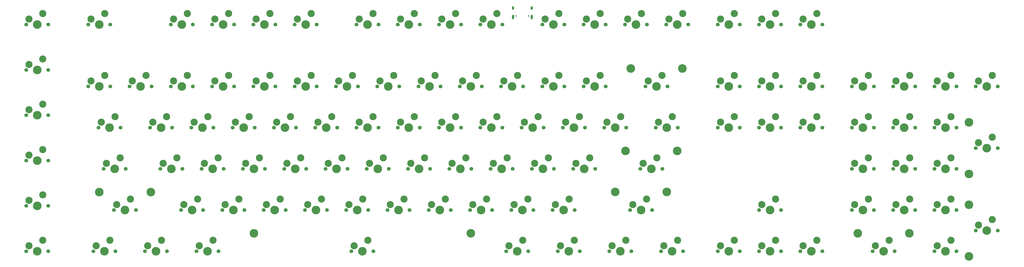
<source format=gbr>
%TF.GenerationSoftware,KiCad,Pcbnew,8.0.2*%
%TF.CreationDate,2024-05-15T22:30:45+02:00*%
%TF.ProjectId,micha_board,6d696368-615f-4626-9f61-72642e6b6963,rev?*%
%TF.SameCoordinates,Original*%
%TF.FileFunction,Soldermask,Top*%
%TF.FilePolarity,Negative*%
%FSLAX46Y46*%
G04 Gerber Fmt 4.6, Leading zero omitted, Abs format (unit mm)*
G04 Created by KiCad (PCBNEW 8.0.2) date 2024-05-15 22:30:45*
%MOMM*%
%LPD*%
G01*
G04 APERTURE LIST*
%ADD10C,0.650000*%
%ADD11O,1.000000X2.100000*%
%ADD12O,1.000000X1.600000*%
%ADD13C,3.987800*%
%ADD14C,1.750000*%
%ADD15C,3.300000*%
G04 APERTURE END LIST*
D10*
%TO.C,J1*%
X259010000Y-34100000D03*
X264790000Y-34100000D03*
D11*
X257580000Y-34630000D03*
D12*
X257580000Y-30450000D03*
D11*
X266220000Y-34630000D03*
D12*
X266220000Y-30450000D03*
%TD*%
D13*
%TO.C,S8*%
X335756250Y-58420000D03*
X311943750Y-58420000D03*
%TD*%
%TO.C,S4*%
X328612500Y-115490625D03*
X304800000Y-115490625D03*
%TD*%
%TO.C,S7*%
X467995000Y-83343750D03*
X467995000Y-107156250D03*
%TD*%
%TO.C,S6*%
X467995000Y-121443750D03*
X467995000Y-145256250D03*
%TD*%
%TO.C,S5*%
X440531250Y-134620000D03*
X416718750Y-134620000D03*
%TD*%
%TO.C,S3*%
X333375000Y-96520000D03*
X309562500Y-96520000D03*
%TD*%
%TO.C,S2*%
X90487500Y-115570000D03*
X66675000Y-115570000D03*
%TD*%
%TO.C,S1*%
X238125000Y-134620000D03*
X138112500Y-134620000D03*
%TD*%
D14*
%TO.C,MX110*%
X462280000Y-142875000D03*
D13*
X457200000Y-142875000D03*
D14*
X452120000Y-142875000D03*
D15*
X453390000Y-140335000D03*
X459740000Y-137795000D03*
%TD*%
D14*
%TO.C,MX109*%
X433705000Y-142875000D03*
D13*
X428625000Y-142875000D03*
D14*
X423545000Y-142875000D03*
D15*
X424815000Y-140335000D03*
X431165000Y-137795000D03*
%TD*%
D14*
%TO.C,MX108*%
X400367500Y-142875000D03*
D13*
X395287500Y-142875000D03*
D14*
X390207500Y-142875000D03*
D15*
X391477500Y-140335000D03*
X397827500Y-137795000D03*
%TD*%
D14*
%TO.C,MX107*%
X381317500Y-142875000D03*
D13*
X376237500Y-142875000D03*
D14*
X371157500Y-142875000D03*
D15*
X372427500Y-140335000D03*
X378777500Y-137795000D03*
%TD*%
D14*
%TO.C,MX106*%
X362267500Y-142875000D03*
D13*
X357187500Y-142875000D03*
D14*
X352107500Y-142875000D03*
D15*
X353377500Y-140335000D03*
X359727500Y-137795000D03*
%TD*%
D14*
%TO.C,MX105*%
X336073750Y-142875000D03*
D13*
X330993750Y-142875000D03*
D14*
X325913750Y-142875000D03*
D15*
X327183750Y-140335000D03*
X333533750Y-137795000D03*
%TD*%
D14*
%TO.C,MX104*%
X312261250Y-142875000D03*
D13*
X307181250Y-142875000D03*
D14*
X302101250Y-142875000D03*
D15*
X303371250Y-140335000D03*
X309721250Y-137795000D03*
%TD*%
D14*
%TO.C,MX103*%
X288448750Y-142875000D03*
D13*
X283368750Y-142875000D03*
D14*
X278288750Y-142875000D03*
D15*
X279558750Y-140335000D03*
X285908750Y-137795000D03*
%TD*%
D14*
%TO.C,MX102*%
X264636250Y-142875000D03*
D13*
X259556250Y-142875000D03*
D14*
X254476250Y-142875000D03*
D15*
X255746250Y-140335000D03*
X262096250Y-137795000D03*
%TD*%
D14*
%TO.C,MX101*%
X193198750Y-142875000D03*
D13*
X188118750Y-142875000D03*
D14*
X183038750Y-142875000D03*
D15*
X184308750Y-140335000D03*
X190658750Y-137795000D03*
%TD*%
D14*
%TO.C,MX100*%
X121761250Y-142875000D03*
D13*
X116681250Y-142875000D03*
D14*
X111601250Y-142875000D03*
D15*
X112871250Y-140335000D03*
X119221250Y-137795000D03*
%TD*%
D14*
%TO.C,MX99*%
X97948750Y-142875000D03*
D13*
X92868750Y-142875000D03*
D14*
X87788750Y-142875000D03*
D15*
X89058750Y-140335000D03*
X95408750Y-137795000D03*
%TD*%
D14*
%TO.C,MX98*%
X74136250Y-142875000D03*
D13*
X69056250Y-142875000D03*
D14*
X63976250Y-142875000D03*
D15*
X65246250Y-140335000D03*
X71596250Y-137795000D03*
%TD*%
D14*
%TO.C,MX97*%
X43180000Y-142875000D03*
D13*
X38100000Y-142875000D03*
D14*
X33020000Y-142875000D03*
D15*
X34290000Y-140335000D03*
X40640000Y-137795000D03*
%TD*%
D14*
%TO.C,MX96*%
X481330000Y-133350000D03*
D13*
X476250000Y-133350000D03*
D14*
X471170000Y-133350000D03*
D15*
X472440000Y-130810000D03*
X478790000Y-128270000D03*
%TD*%
D14*
%TO.C,MX95*%
X462280000Y-123825000D03*
D13*
X457200000Y-123825000D03*
D14*
X452120000Y-123825000D03*
D15*
X453390000Y-121285000D03*
X459740000Y-118745000D03*
%TD*%
D14*
%TO.C,MX94*%
X443230000Y-123825000D03*
D13*
X438150000Y-123825000D03*
D14*
X433070000Y-123825000D03*
D15*
X434340000Y-121285000D03*
X440690000Y-118745000D03*
%TD*%
D14*
%TO.C,MX93*%
X424180000Y-123825000D03*
D13*
X419100000Y-123825000D03*
D14*
X414020000Y-123825000D03*
D15*
X415290000Y-121285000D03*
X421640000Y-118745000D03*
%TD*%
D14*
%TO.C,MX92*%
X381317500Y-123825000D03*
D13*
X376237500Y-123825000D03*
D14*
X371157500Y-123825000D03*
D15*
X372427500Y-121285000D03*
X378777500Y-118745000D03*
%TD*%
D14*
%TO.C,MX91*%
X321786250Y-123825000D03*
D13*
X316706250Y-123825000D03*
D14*
X311626250Y-123825000D03*
D15*
X312896250Y-121285000D03*
X319246250Y-118745000D03*
%TD*%
D14*
%TO.C,MX90*%
X286067500Y-123825000D03*
D13*
X280987500Y-123825000D03*
D14*
X275907500Y-123825000D03*
D15*
X277177500Y-121285000D03*
X283527500Y-118745000D03*
%TD*%
D14*
%TO.C,MX89*%
X267017500Y-123825000D03*
D13*
X261937500Y-123825000D03*
D14*
X256857500Y-123825000D03*
D15*
X258127500Y-121285000D03*
X264477500Y-118745000D03*
%TD*%
D14*
%TO.C,MX88*%
X247967500Y-123825000D03*
D13*
X242887500Y-123825000D03*
D14*
X237807500Y-123825000D03*
D15*
X239077500Y-121285000D03*
X245427500Y-118745000D03*
%TD*%
D14*
%TO.C,MX87*%
X228917500Y-123825000D03*
D13*
X223837500Y-123825000D03*
D14*
X218757500Y-123825000D03*
D15*
X220027500Y-121285000D03*
X226377500Y-118745000D03*
%TD*%
D14*
%TO.C,MX86*%
X209867500Y-123825000D03*
D13*
X204787500Y-123825000D03*
D14*
X199707500Y-123825000D03*
D15*
X200977500Y-121285000D03*
X207327500Y-118745000D03*
%TD*%
D14*
%TO.C,MX85*%
X190817500Y-123825000D03*
D13*
X185737500Y-123825000D03*
D14*
X180657500Y-123825000D03*
D15*
X181927500Y-121285000D03*
X188277500Y-118745000D03*
%TD*%
D14*
%TO.C,MX84*%
X171767500Y-123825000D03*
D13*
X166687500Y-123825000D03*
D14*
X161607500Y-123825000D03*
D15*
X162877500Y-121285000D03*
X169227500Y-118745000D03*
%TD*%
D14*
%TO.C,MX83*%
X152717500Y-123825000D03*
D13*
X147637500Y-123825000D03*
D14*
X142557500Y-123825000D03*
D15*
X143827500Y-121285000D03*
X150177500Y-118745000D03*
%TD*%
D14*
%TO.C,MX82*%
X133667500Y-123825000D03*
D13*
X128587500Y-123825000D03*
D14*
X123507500Y-123825000D03*
D15*
X124777500Y-121285000D03*
X131127500Y-118745000D03*
%TD*%
D14*
%TO.C,MX81*%
X114617500Y-123825000D03*
D13*
X109537500Y-123825000D03*
D14*
X104457500Y-123825000D03*
D15*
X105727500Y-121285000D03*
X112077500Y-118745000D03*
%TD*%
D14*
%TO.C,MX80*%
X83661250Y-123825000D03*
D13*
X78581250Y-123825000D03*
D14*
X73501250Y-123825000D03*
D15*
X74771250Y-121285000D03*
X81121250Y-118745000D03*
%TD*%
D14*
%TO.C,MX79*%
X43180000Y-121920000D03*
D13*
X38100000Y-121920000D03*
D14*
X33020000Y-121920000D03*
D15*
X34290000Y-119380000D03*
X40640000Y-116840000D03*
%TD*%
D14*
%TO.C,MX78*%
X462280000Y-104775000D03*
D13*
X457200000Y-104775000D03*
D14*
X452120000Y-104775000D03*
D15*
X453390000Y-102235000D03*
X459740000Y-99695000D03*
%TD*%
D14*
%TO.C,MX77*%
X443230000Y-104775000D03*
D13*
X438150000Y-104775000D03*
D14*
X433070000Y-104775000D03*
D15*
X434340000Y-102235000D03*
X440690000Y-99695000D03*
%TD*%
D14*
%TO.C,MX76*%
X424180000Y-104775000D03*
D13*
X419100000Y-104775000D03*
D14*
X414020000Y-104775000D03*
D15*
X415290000Y-102235000D03*
X421640000Y-99695000D03*
%TD*%
D14*
%TO.C,MX75*%
X326548750Y-104775000D03*
D13*
X321468750Y-104775000D03*
D14*
X316388750Y-104775000D03*
D15*
X317658750Y-102235000D03*
X324008750Y-99695000D03*
%TD*%
D14*
%TO.C,MX74*%
X295592500Y-104775000D03*
D13*
X290512500Y-104775000D03*
D14*
X285432500Y-104775000D03*
D15*
X286702500Y-102235000D03*
X293052500Y-99695000D03*
%TD*%
D14*
%TO.C,MX73*%
X276542500Y-104775000D03*
D13*
X271462500Y-104775000D03*
D14*
X266382500Y-104775000D03*
D15*
X267652500Y-102235000D03*
X274002500Y-99695000D03*
%TD*%
D14*
%TO.C,MX72*%
X257492500Y-104775000D03*
D13*
X252412500Y-104775000D03*
D14*
X247332500Y-104775000D03*
D15*
X248602500Y-102235000D03*
X254952500Y-99695000D03*
%TD*%
D14*
%TO.C,MX71*%
X238442500Y-104775000D03*
D13*
X233362500Y-104775000D03*
D14*
X228282500Y-104775000D03*
D15*
X229552500Y-102235000D03*
X235902500Y-99695000D03*
%TD*%
D14*
%TO.C,MX70*%
X219392500Y-104775000D03*
D13*
X214312500Y-104775000D03*
D14*
X209232500Y-104775000D03*
D15*
X210502500Y-102235000D03*
X216852500Y-99695000D03*
%TD*%
D14*
%TO.C,MX69*%
X200342500Y-104775000D03*
D13*
X195262500Y-104775000D03*
D14*
X190182500Y-104775000D03*
D15*
X191452500Y-102235000D03*
X197802500Y-99695000D03*
%TD*%
D14*
%TO.C,MX68*%
X181292500Y-104775000D03*
D13*
X176212500Y-104775000D03*
D14*
X171132500Y-104775000D03*
D15*
X172402500Y-102235000D03*
X178752500Y-99695000D03*
%TD*%
D14*
%TO.C,MX67*%
X162242500Y-104775000D03*
D13*
X157162500Y-104775000D03*
D14*
X152082500Y-104775000D03*
D15*
X153352500Y-102235000D03*
X159702500Y-99695000D03*
%TD*%
D14*
%TO.C,MX66*%
X143192500Y-104775000D03*
D13*
X138112500Y-104775000D03*
D14*
X133032500Y-104775000D03*
D15*
X134302500Y-102235000D03*
X140652500Y-99695000D03*
%TD*%
D14*
%TO.C,MX65*%
X124142500Y-104775000D03*
D13*
X119062500Y-104775000D03*
D14*
X113982500Y-104775000D03*
D15*
X115252500Y-102235000D03*
X121602500Y-99695000D03*
%TD*%
D14*
%TO.C,MX64*%
X105092500Y-104775000D03*
D13*
X100012500Y-104775000D03*
D14*
X94932500Y-104775000D03*
D15*
X96202500Y-102235000D03*
X102552500Y-99695000D03*
%TD*%
D14*
%TO.C,MX63*%
X78898750Y-104775000D03*
D13*
X73818750Y-104775000D03*
D14*
X68738750Y-104775000D03*
D15*
X70008750Y-102235000D03*
X76358750Y-99695000D03*
%TD*%
D14*
%TO.C,MX62*%
X43180000Y-100965000D03*
D13*
X38100000Y-100965000D03*
D14*
X33020000Y-100965000D03*
D15*
X34290000Y-98425000D03*
X40640000Y-95885000D03*
%TD*%
D14*
%TO.C,MX61*%
X481330000Y-95250000D03*
D13*
X476250000Y-95250000D03*
D14*
X471170000Y-95250000D03*
D15*
X472440000Y-92710000D03*
X478790000Y-90170000D03*
%TD*%
D14*
%TO.C,MX60*%
X462280000Y-85725000D03*
D13*
X457200000Y-85725000D03*
D14*
X452120000Y-85725000D03*
D15*
X453390000Y-83185000D03*
X459740000Y-80645000D03*
%TD*%
D14*
%TO.C,MX59*%
X443230000Y-85725000D03*
D13*
X438150000Y-85725000D03*
D14*
X433070000Y-85725000D03*
D15*
X434340000Y-83185000D03*
X440690000Y-80645000D03*
%TD*%
D14*
%TO.C,MX58*%
X424180000Y-85725000D03*
D13*
X419100000Y-85725000D03*
D14*
X414020000Y-85725000D03*
D15*
X415290000Y-83185000D03*
X421640000Y-80645000D03*
%TD*%
D14*
%TO.C,MX57*%
X400367500Y-85725000D03*
D13*
X395287500Y-85725000D03*
D14*
X390207500Y-85725000D03*
D15*
X391477500Y-83185000D03*
X397827500Y-80645000D03*
%TD*%
D14*
%TO.C,MX56*%
X381317500Y-85725000D03*
D13*
X376237500Y-85725000D03*
D14*
X371157500Y-85725000D03*
D15*
X372427500Y-83185000D03*
X378777500Y-80645000D03*
%TD*%
D14*
%TO.C,MX55*%
X362267500Y-85725000D03*
D13*
X357187500Y-85725000D03*
D14*
X352107500Y-85725000D03*
D15*
X353377500Y-83185000D03*
X359727500Y-80645000D03*
%TD*%
D14*
%TO.C,MX53*%
X309880000Y-85725000D03*
D13*
X304800000Y-85725000D03*
D14*
X299720000Y-85725000D03*
D15*
X300990000Y-83185000D03*
X307340000Y-80645000D03*
%TD*%
D14*
%TO.C,MX52*%
X290830000Y-85725000D03*
D13*
X285750000Y-85725000D03*
D14*
X280670000Y-85725000D03*
D15*
X281940000Y-83185000D03*
X288290000Y-80645000D03*
%TD*%
D14*
%TO.C,MX51*%
X271780000Y-85725000D03*
D13*
X266700000Y-85725000D03*
D14*
X261620000Y-85725000D03*
D15*
X262890000Y-83185000D03*
X269240000Y-80645000D03*
%TD*%
D14*
%TO.C,MX50*%
X252730000Y-85725000D03*
D13*
X247650000Y-85725000D03*
D14*
X242570000Y-85725000D03*
D15*
X243840000Y-83185000D03*
X250190000Y-80645000D03*
%TD*%
D14*
%TO.C,MX49*%
X233680000Y-85725000D03*
D13*
X228600000Y-85725000D03*
D14*
X223520000Y-85725000D03*
D15*
X224790000Y-83185000D03*
X231140000Y-80645000D03*
%TD*%
D14*
%TO.C,MX48*%
X214630000Y-85725000D03*
D13*
X209550000Y-85725000D03*
D14*
X204470000Y-85725000D03*
D15*
X205740000Y-83185000D03*
X212090000Y-80645000D03*
%TD*%
D14*
%TO.C,MX47*%
X195580000Y-85725000D03*
D13*
X190500000Y-85725000D03*
D14*
X185420000Y-85725000D03*
D15*
X186690000Y-83185000D03*
X193040000Y-80645000D03*
%TD*%
D14*
%TO.C,MX46*%
X176530000Y-85725000D03*
D13*
X171450000Y-85725000D03*
D14*
X166370000Y-85725000D03*
D15*
X167640000Y-83185000D03*
X173990000Y-80645000D03*
%TD*%
D14*
%TO.C,MX45*%
X157480000Y-85725000D03*
D13*
X152400000Y-85725000D03*
D14*
X147320000Y-85725000D03*
D15*
X148590000Y-83185000D03*
X154940000Y-80645000D03*
%TD*%
D14*
%TO.C,MX44*%
X138430000Y-85725000D03*
D13*
X133350000Y-85725000D03*
D14*
X128270000Y-85725000D03*
D15*
X129540000Y-83185000D03*
X135890000Y-80645000D03*
%TD*%
D14*
%TO.C,MX43*%
X119380000Y-85725000D03*
D13*
X114300000Y-85725000D03*
D14*
X109220000Y-85725000D03*
D15*
X110490000Y-83185000D03*
X116840000Y-80645000D03*
%TD*%
D14*
%TO.C,MX42*%
X100330000Y-85725000D03*
D13*
X95250000Y-85725000D03*
D14*
X90170000Y-85725000D03*
D15*
X91440000Y-83185000D03*
X97790000Y-80645000D03*
%TD*%
D14*
%TO.C,MX41*%
X76517500Y-85725000D03*
D13*
X71437500Y-85725000D03*
D14*
X66357500Y-85725000D03*
D15*
X67627500Y-83185000D03*
X73977500Y-80645000D03*
%TD*%
D14*
%TO.C,MX40*%
X43180000Y-80010000D03*
D13*
X38100000Y-80010000D03*
D14*
X33020000Y-80010000D03*
D15*
X34290000Y-77470000D03*
X40640000Y-74930000D03*
%TD*%
D14*
%TO.C,MX39*%
X481330000Y-66675000D03*
D13*
X476250000Y-66675000D03*
D14*
X471170000Y-66675000D03*
D15*
X472440000Y-64135000D03*
X478790000Y-61595000D03*
%TD*%
D14*
%TO.C,MX38*%
X462280000Y-66675000D03*
D13*
X457200000Y-66675000D03*
D14*
X452120000Y-66675000D03*
D15*
X453390000Y-64135000D03*
X459740000Y-61595000D03*
%TD*%
D14*
%TO.C,MX37*%
X443230000Y-66675000D03*
D13*
X438150000Y-66675000D03*
D14*
X433070000Y-66675000D03*
D15*
X434340000Y-64135000D03*
X440690000Y-61595000D03*
%TD*%
D14*
%TO.C,MX36*%
X424180000Y-66675000D03*
D13*
X419100000Y-66675000D03*
D14*
X414020000Y-66675000D03*
D15*
X415290000Y-64135000D03*
X421640000Y-61595000D03*
%TD*%
D14*
%TO.C,MX35*%
X400367500Y-66675000D03*
D13*
X395287500Y-66675000D03*
D14*
X390207500Y-66675000D03*
D15*
X391477500Y-64135000D03*
X397827500Y-61595000D03*
%TD*%
D14*
%TO.C,MX34*%
X381317500Y-66675000D03*
D13*
X376237500Y-66675000D03*
D14*
X371157500Y-66675000D03*
D15*
X372427500Y-64135000D03*
X378777500Y-61595000D03*
%TD*%
D14*
%TO.C,MX33*%
X362267500Y-66675000D03*
D13*
X357187500Y-66675000D03*
D14*
X352107500Y-66675000D03*
D15*
X353377500Y-64135000D03*
X359727500Y-61595000D03*
%TD*%
D14*
%TO.C,MX32*%
X328930000Y-66675000D03*
D13*
X323850000Y-66675000D03*
D14*
X318770000Y-66675000D03*
D15*
X320040000Y-64135000D03*
X326390000Y-61595000D03*
%TD*%
D14*
%TO.C,MX31*%
X300355000Y-66675000D03*
D13*
X295275000Y-66675000D03*
D14*
X290195000Y-66675000D03*
D15*
X291465000Y-64135000D03*
X297815000Y-61595000D03*
%TD*%
D14*
%TO.C,MX30*%
X281305000Y-66675000D03*
D13*
X276225000Y-66675000D03*
D14*
X271145000Y-66675000D03*
D15*
X272415000Y-64135000D03*
X278765000Y-61595000D03*
%TD*%
D14*
%TO.C,MX29*%
X262255000Y-66675000D03*
D13*
X257175000Y-66675000D03*
D14*
X252095000Y-66675000D03*
D15*
X253365000Y-64135000D03*
X259715000Y-61595000D03*
%TD*%
D14*
%TO.C,MX28*%
X243205000Y-66675000D03*
D13*
X238125000Y-66675000D03*
D14*
X233045000Y-66675000D03*
D15*
X234315000Y-64135000D03*
X240665000Y-61595000D03*
%TD*%
D14*
%TO.C,MX27*%
X224155000Y-66675000D03*
D13*
X219075000Y-66675000D03*
D14*
X213995000Y-66675000D03*
D15*
X215265000Y-64135000D03*
X221615000Y-61595000D03*
%TD*%
D14*
%TO.C,MX26*%
X205105000Y-66675000D03*
D13*
X200025000Y-66675000D03*
D14*
X194945000Y-66675000D03*
D15*
X196215000Y-64135000D03*
X202565000Y-61595000D03*
%TD*%
D14*
%TO.C,MX25*%
X186055000Y-66675000D03*
D13*
X180975000Y-66675000D03*
D14*
X175895000Y-66675000D03*
D15*
X177165000Y-64135000D03*
X183515000Y-61595000D03*
%TD*%
D14*
%TO.C,MX24*%
X167005000Y-66675000D03*
D13*
X161925000Y-66675000D03*
D14*
X156845000Y-66675000D03*
D15*
X158115000Y-64135000D03*
X164465000Y-61595000D03*
%TD*%
D14*
%TO.C,MX23*%
X147955000Y-66675000D03*
D13*
X142875000Y-66675000D03*
D14*
X137795000Y-66675000D03*
D15*
X139065000Y-64135000D03*
X145415000Y-61595000D03*
%TD*%
D14*
%TO.C,MX22*%
X128905000Y-66675000D03*
D13*
X123825000Y-66675000D03*
D14*
X118745000Y-66675000D03*
D15*
X120015000Y-64135000D03*
X126365000Y-61595000D03*
%TD*%
D14*
%TO.C,MX21*%
X109855000Y-66675000D03*
D13*
X104775000Y-66675000D03*
D14*
X99695000Y-66675000D03*
D15*
X100965000Y-64135000D03*
X107315000Y-61595000D03*
%TD*%
D14*
%TO.C,MX20*%
X90805000Y-66675000D03*
D13*
X85725000Y-66675000D03*
D14*
X80645000Y-66675000D03*
D15*
X81915000Y-64135000D03*
X88265000Y-61595000D03*
%TD*%
D14*
%TO.C,MX19*%
X71755000Y-66675000D03*
D13*
X66675000Y-66675000D03*
D14*
X61595000Y-66675000D03*
D15*
X62865000Y-64135000D03*
X69215000Y-61595000D03*
%TD*%
D14*
%TO.C,MX18*%
X43180000Y-59055000D03*
D13*
X38100000Y-59055000D03*
D14*
X33020000Y-59055000D03*
D15*
X34290000Y-56515000D03*
X40640000Y-53975000D03*
%TD*%
D14*
%TO.C,MX17*%
X400367500Y-38100000D03*
D13*
X395287500Y-38100000D03*
D14*
X390207500Y-38100000D03*
D15*
X391477500Y-35560000D03*
X397827500Y-33020000D03*
%TD*%
D14*
%TO.C,MX16*%
X381317500Y-38100000D03*
D13*
X376237500Y-38100000D03*
D14*
X371157500Y-38100000D03*
D15*
X372427500Y-35560000D03*
X378777500Y-33020000D03*
%TD*%
D14*
%TO.C,MX15*%
X362267500Y-38100000D03*
D13*
X357187500Y-38100000D03*
D14*
X352107500Y-38100000D03*
D15*
X353377500Y-35560000D03*
X359727500Y-33020000D03*
%TD*%
D14*
%TO.C,MX14*%
X338455000Y-38100000D03*
D13*
X333375000Y-38100000D03*
D14*
X328295000Y-38100000D03*
D15*
X329565000Y-35560000D03*
X335915000Y-33020000D03*
%TD*%
D14*
%TO.C,MX13*%
X319405000Y-38100000D03*
D13*
X314325000Y-38100000D03*
D14*
X309245000Y-38100000D03*
D15*
X310515000Y-35560000D03*
X316865000Y-33020000D03*
%TD*%
D14*
%TO.C,MX12*%
X300355000Y-38100000D03*
D13*
X295275000Y-38100000D03*
D14*
X290195000Y-38100000D03*
D15*
X291465000Y-35560000D03*
X297815000Y-33020000D03*
%TD*%
D14*
%TO.C,MX11*%
X281305000Y-38100000D03*
D13*
X276225000Y-38100000D03*
D14*
X271145000Y-38100000D03*
D15*
X272415000Y-35560000D03*
X278765000Y-33020000D03*
%TD*%
D14*
%TO.C,MX10*%
X252730000Y-38100000D03*
D13*
X247650000Y-38100000D03*
D14*
X242570000Y-38100000D03*
D15*
X243840000Y-35560000D03*
X250190000Y-33020000D03*
%TD*%
D14*
%TO.C,MX9*%
X233680000Y-38100000D03*
D13*
X228600000Y-38100000D03*
D14*
X223520000Y-38100000D03*
D15*
X224790000Y-35560000D03*
X231140000Y-33020000D03*
%TD*%
D14*
%TO.C,MX8*%
X214630000Y-38100000D03*
D13*
X209550000Y-38100000D03*
D14*
X204470000Y-38100000D03*
D15*
X205740000Y-35560000D03*
X212090000Y-33020000D03*
%TD*%
D14*
%TO.C,MX7*%
X195580000Y-38100000D03*
D13*
X190500000Y-38100000D03*
D14*
X185420000Y-38100000D03*
D15*
X186690000Y-35560000D03*
X193040000Y-33020000D03*
%TD*%
D14*
%TO.C,MX6*%
X167005000Y-38100000D03*
D13*
X161925000Y-38100000D03*
D14*
X156845000Y-38100000D03*
D15*
X158115000Y-35560000D03*
X164465000Y-33020000D03*
%TD*%
D14*
%TO.C,MX5*%
X147955000Y-38100000D03*
D13*
X142875000Y-38100000D03*
D14*
X137795000Y-38100000D03*
D15*
X139065000Y-35560000D03*
X145415000Y-33020000D03*
%TD*%
D14*
%TO.C,MX4*%
X128905000Y-38100000D03*
D13*
X123825000Y-38100000D03*
D14*
X118745000Y-38100000D03*
D15*
X120015000Y-35560000D03*
X126365000Y-33020000D03*
%TD*%
D14*
%TO.C,MX3*%
X109855000Y-38100000D03*
D13*
X104775000Y-38100000D03*
D14*
X99695000Y-38100000D03*
D15*
X100965000Y-35560000D03*
X107315000Y-33020000D03*
%TD*%
D14*
%TO.C,MX2*%
X71755000Y-38100000D03*
D13*
X66675000Y-38100000D03*
D14*
X61595000Y-38100000D03*
D15*
X62865000Y-35560000D03*
X69215000Y-33020000D03*
%TD*%
D14*
%TO.C,MX1*%
X43180000Y-38100000D03*
D13*
X38100000Y-38100000D03*
D14*
X33020000Y-38100000D03*
D15*
X34290000Y-35560000D03*
X40640000Y-33020000D03*
%TD*%
D14*
%TO.C,MX54*%
X333692500Y-85725000D03*
D13*
X328612500Y-85725000D03*
D14*
X323532500Y-85725000D03*
D15*
X324802500Y-83185000D03*
X331152500Y-80645000D03*
%TD*%
M02*

</source>
